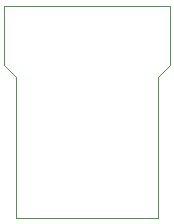
<source format=gbr>
G04 #@! TF.GenerationSoftware,KiCad,Pcbnew,(5.1.5)-3*
G04 #@! TF.CreationDate,2020-02-02T18:50:59-05:00*
G04 #@! TF.ProjectId,Low-Profile USB,4c6f772d-5072-46f6-9669-6c6520555342,rev?*
G04 #@! TF.SameCoordinates,Original*
G04 #@! TF.FileFunction,Profile,NP*
%FSLAX46Y46*%
G04 Gerber Fmt 4.6, Leading zero omitted, Abs format (unit mm)*
G04 Created by KiCad (PCBNEW (5.1.5)-3) date 2020-02-02 18:50:59*
%MOMM*%
%LPD*%
G04 APERTURE LIST*
%ADD10C,0.050000*%
G04 APERTURE END LIST*
D10*
X140000000Y-86000000D02*
X140000000Y-98000000D01*
X139000000Y-85000000D02*
X140000000Y-86000000D01*
X139000000Y-80000000D02*
X139000000Y-85000000D01*
X153000000Y-80000000D02*
X139000000Y-80000000D01*
X153000000Y-85000000D02*
X153000000Y-80000000D01*
X152000000Y-86000000D02*
X153000000Y-85000000D01*
X152000000Y-98000000D02*
X152000000Y-86000000D01*
X140000000Y-98000000D02*
X152000000Y-98000000D01*
M02*

</source>
